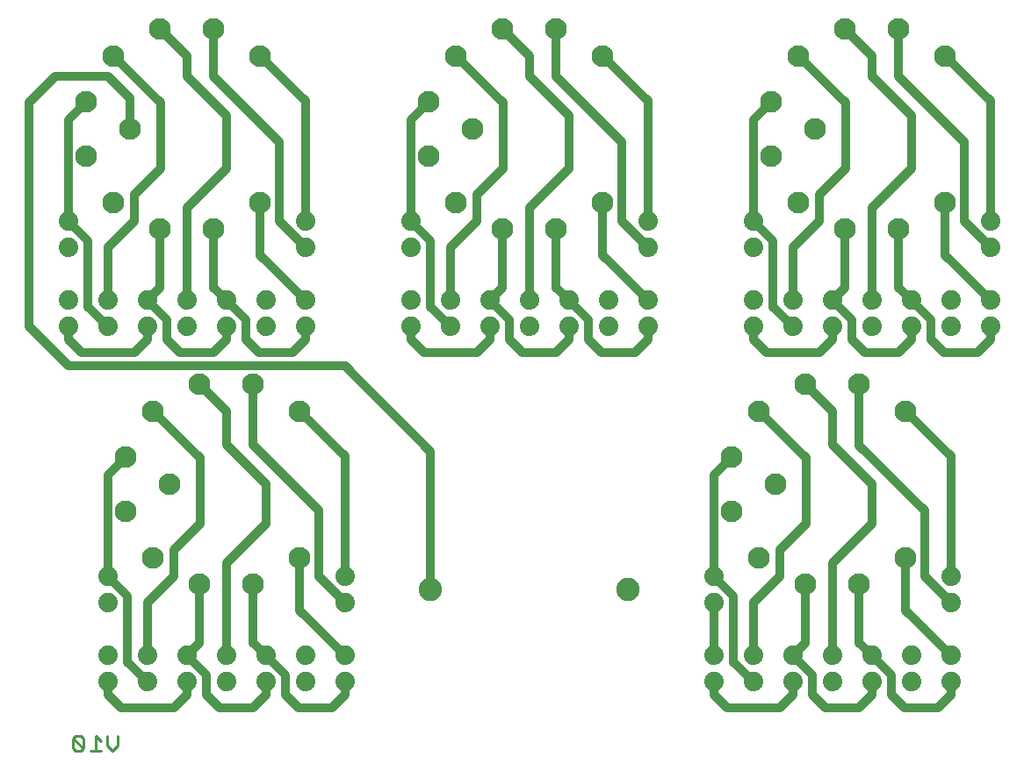
<source format=gbr>
G04 EAGLE Gerber RS-274X export*
G75*
%MOMM*%
%FSLAX34Y34*%
%LPD*%
%INBottom Copper*%
%IPPOS*%
%AMOC8*
5,1,8,0,0,1.08239X$1,22.5*%
G01*
%ADD10C,0.279400*%
%ADD11C,2.100000*%
%ADD12C,1.879600*%
%ADD13C,2.250000*%
%ADD14C,0.812800*%


D10*
X111218Y24016D02*
X111218Y14017D01*
X106218Y9017D01*
X101219Y14017D01*
X101219Y24016D01*
X94846Y19016D02*
X89847Y24016D01*
X89847Y9017D01*
X94846Y9017D02*
X84847Y9017D01*
X78475Y11517D02*
X78475Y21516D01*
X75975Y24016D01*
X70975Y24016D01*
X68475Y21516D01*
X68475Y11517D01*
X70975Y9017D01*
X75975Y9017D01*
X78475Y11517D01*
X68475Y21516D01*
D11*
X122800Y609600D03*
X248511Y538889D03*
X203682Y513007D03*
X151918Y513007D03*
X107089Y538889D03*
X81207Y583718D03*
X81207Y635482D03*
X107089Y680311D03*
X151918Y706193D03*
X203682Y706193D03*
X248511Y680311D03*
X453000Y609600D03*
X578711Y538889D03*
X533882Y513007D03*
X482118Y513007D03*
X437289Y538889D03*
X411407Y583718D03*
X411407Y635482D03*
X437289Y680311D03*
X482118Y706193D03*
X533882Y706193D03*
X578711Y680311D03*
X783200Y609600D03*
X908911Y538889D03*
X864082Y513007D03*
X812318Y513007D03*
X767489Y538889D03*
X741607Y583718D03*
X741607Y635482D03*
X767489Y680311D03*
X812318Y706193D03*
X864082Y706193D03*
X908911Y680311D03*
X160900Y266700D03*
X286611Y195989D03*
X241782Y170107D03*
X190018Y170107D03*
X145189Y195989D03*
X119307Y240818D03*
X119307Y292582D03*
X145189Y337411D03*
X190018Y363293D03*
X241782Y363293D03*
X286611Y337411D03*
X745100Y266700D03*
X870811Y195989D03*
X825982Y170107D03*
X774218Y170107D03*
X729389Y195989D03*
X703507Y240818D03*
X703507Y292582D03*
X729389Y337411D03*
X774218Y363293D03*
X825982Y363293D03*
X870811Y337411D03*
D12*
X292100Y444500D03*
X292100Y419100D03*
X215900Y444500D03*
X215900Y419100D03*
X139700Y444500D03*
X139700Y419100D03*
X63500Y444500D03*
X63500Y419100D03*
X63500Y520700D03*
X63500Y495300D03*
X101600Y444500D03*
X101600Y419100D03*
X177800Y444500D03*
X177800Y419100D03*
X254000Y444500D03*
X254000Y419100D03*
X292100Y520700D03*
X292100Y495300D03*
X622300Y444500D03*
X622300Y419100D03*
X546100Y444500D03*
X546100Y419100D03*
X469900Y444500D03*
X469900Y419100D03*
X393700Y444500D03*
X393700Y419100D03*
X393700Y520700D03*
X393700Y495300D03*
X431800Y444500D03*
X431800Y419100D03*
X508000Y444500D03*
X508000Y419100D03*
X584200Y444500D03*
X584200Y419100D03*
X622300Y520700D03*
X622300Y495300D03*
X952500Y444500D03*
X952500Y419100D03*
X876300Y444500D03*
X876300Y419100D03*
X800100Y444500D03*
X800100Y419100D03*
X723900Y444500D03*
X723900Y419100D03*
X723900Y520700D03*
X723900Y495300D03*
X762000Y444500D03*
X762000Y419100D03*
X838200Y444500D03*
X838200Y419100D03*
X914400Y444500D03*
X914400Y419100D03*
X952500Y520700D03*
X952500Y495300D03*
X330200Y101600D03*
X330200Y76200D03*
X254000Y101600D03*
X254000Y76200D03*
X177800Y101600D03*
X177800Y76200D03*
X101600Y101600D03*
X101600Y76200D03*
X101600Y177800D03*
X101600Y152400D03*
X139700Y101600D03*
X139700Y76200D03*
X215900Y101600D03*
X215900Y76200D03*
X292100Y101600D03*
X292100Y76200D03*
X330200Y177800D03*
X330200Y152400D03*
X914400Y101600D03*
X914400Y76200D03*
X838200Y101600D03*
X838200Y76200D03*
X762000Y101600D03*
X762000Y76200D03*
X685800Y101600D03*
X685800Y76200D03*
X685800Y177800D03*
X685800Y152400D03*
X723900Y101600D03*
X723900Y76200D03*
X800100Y101600D03*
X800100Y76200D03*
X876300Y101600D03*
X876300Y76200D03*
X914400Y177800D03*
X914400Y152400D03*
D13*
X412750Y165100D03*
X603250Y165100D03*
D14*
X248511Y488089D02*
X248511Y538889D01*
X248511Y488089D02*
X292100Y444500D01*
X215900Y444500D02*
X203682Y456718D01*
X203682Y513007D01*
X292100Y419100D02*
X292100Y406400D01*
X279400Y393700D01*
X247650Y393700D01*
X234950Y406400D01*
X234950Y425450D01*
X215900Y444500D01*
X151918Y456718D02*
X139700Y444500D01*
X151918Y456718D02*
X151918Y513007D01*
X215900Y419100D02*
X215900Y406400D01*
X203200Y393700D01*
X171450Y393700D01*
X158750Y406400D01*
X158750Y425450D01*
X139700Y444500D01*
X139700Y419100D02*
X139700Y406400D01*
X127000Y393700D01*
X76200Y393700D01*
X63500Y406400D01*
X63500Y419100D01*
X82550Y501650D02*
X63500Y520700D01*
X82550Y501650D02*
X82550Y438150D01*
X101600Y419100D01*
X63500Y617775D02*
X81207Y635482D01*
X63500Y617775D02*
X63500Y520700D01*
X152400Y635000D02*
X107089Y680311D01*
X152400Y635000D02*
X152400Y571500D01*
X127000Y546100D01*
X127000Y520700D01*
X101600Y495300D01*
X101600Y444500D01*
X177800Y680311D02*
X151918Y706193D01*
X177800Y680311D02*
X177800Y660400D01*
X215900Y622300D01*
X215900Y571500D01*
X177800Y533400D01*
X177800Y444500D01*
X203200Y705711D02*
X203682Y706193D01*
X203200Y705711D02*
X203200Y660400D01*
X266700Y596900D01*
X266700Y520700D02*
X292100Y495300D01*
X266700Y520700D02*
X266700Y596900D01*
X292100Y636721D02*
X292100Y520700D01*
X292100Y636721D02*
X248511Y680311D01*
X412750Y298450D02*
X412750Y165100D01*
X412750Y298450D02*
X330200Y381000D01*
X63500Y381000D01*
X25400Y419100D01*
X25400Y635000D01*
X50800Y660400D01*
X101600Y660400D01*
X122800Y639200D01*
X122800Y609600D01*
X578711Y538889D02*
X578711Y488089D01*
X622300Y444500D01*
X546100Y444500D02*
X533882Y456718D01*
X533882Y513007D01*
X622300Y419100D02*
X622300Y406400D01*
X609600Y393700D01*
X577850Y393700D01*
X565150Y406400D01*
X565150Y425450D01*
X546100Y444500D01*
X482118Y456718D02*
X469900Y444500D01*
X482118Y456718D02*
X482118Y513007D01*
X546100Y419100D02*
X546100Y406400D01*
X533400Y393700D01*
X501650Y393700D01*
X488950Y406400D01*
X488950Y425450D01*
X469900Y444500D01*
X393700Y419100D02*
X393700Y406400D01*
X406400Y393700D01*
X457200Y393700D01*
X469900Y406400D01*
X469900Y419100D01*
X393700Y617775D02*
X411407Y635482D01*
X393700Y617775D02*
X393700Y520700D01*
X412750Y438150D02*
X431800Y419100D01*
X412750Y501650D02*
X393700Y520700D01*
X412750Y501650D02*
X412750Y438150D01*
X431800Y444500D02*
X431800Y495300D01*
X457200Y520700D01*
X457200Y546100D01*
X482600Y571500D01*
X482600Y635000D01*
X437289Y680311D01*
X482118Y706193D02*
X508000Y680311D01*
X508000Y660400D01*
X546100Y622300D01*
X546100Y571500D01*
X508000Y533400D01*
X508000Y444500D01*
X533400Y705711D02*
X533882Y706193D01*
X533400Y705711D02*
X533400Y660400D01*
X596900Y520700D02*
X622300Y495300D01*
X596900Y520700D02*
X596900Y596900D01*
X533400Y660400D01*
X622300Y636721D02*
X622300Y520700D01*
X622300Y636721D02*
X578711Y680311D01*
X908911Y538889D02*
X908911Y488089D01*
X952500Y444500D01*
X876300Y444500D02*
X864082Y456718D01*
X864082Y513007D01*
X952500Y419100D02*
X952500Y406400D01*
X939800Y393700D01*
X908050Y393700D01*
X895350Y406400D01*
X895350Y425450D01*
X876300Y444500D01*
X812318Y456718D02*
X800100Y444500D01*
X812318Y456718D02*
X812318Y513007D01*
X876300Y419100D02*
X876300Y406400D01*
X863600Y393700D01*
X831850Y393700D01*
X819150Y406400D01*
X819150Y425450D01*
X800100Y444500D01*
X723900Y419100D02*
X723900Y406400D01*
X736600Y393700D01*
X787400Y393700D01*
X800100Y406400D01*
X800100Y419100D01*
X723900Y617775D02*
X741607Y635482D01*
X723900Y617775D02*
X723900Y520700D01*
X742950Y501650D01*
X742950Y438150D02*
X762000Y419100D01*
X742950Y438150D02*
X742950Y501650D01*
X812800Y635000D02*
X767489Y680311D01*
X812800Y635000D02*
X812800Y571500D01*
X787400Y546100D01*
X787400Y520700D01*
X762000Y495300D02*
X762000Y444500D01*
X762000Y495300D02*
X787400Y520700D01*
X838200Y680311D02*
X812318Y706193D01*
X838200Y680311D02*
X838200Y660400D01*
X876300Y622300D01*
X876300Y571500D01*
X838200Y533400D01*
X838200Y444500D01*
X864082Y660882D02*
X864082Y706193D01*
X864082Y660882D02*
X863600Y660400D01*
X927100Y596900D01*
X927100Y520700D01*
X952500Y495300D01*
X952500Y520700D02*
X952500Y636721D01*
X908911Y680311D01*
X286611Y195989D02*
X286611Y145189D01*
X330200Y101600D01*
X241782Y113818D02*
X241782Y170107D01*
X241782Y113818D02*
X254000Y101600D01*
X330200Y76200D02*
X330200Y63500D01*
X317500Y50800D01*
X285750Y50800D01*
X273050Y63500D01*
X273050Y82550D01*
X254000Y101600D01*
X190018Y113818D02*
X177800Y101600D01*
X190018Y113818D02*
X190018Y170107D01*
X254000Y76200D02*
X254000Y63500D01*
X241300Y50800D01*
X209550Y50800D01*
X196850Y63500D01*
X196850Y82550D01*
X177800Y101600D01*
X101600Y76200D02*
X101600Y63500D01*
X114300Y50800D01*
X165100Y50800D01*
X177800Y63500D01*
X177800Y76200D01*
X101600Y274875D02*
X119307Y292582D01*
X101600Y274875D02*
X101600Y177800D01*
X120650Y95250D02*
X139700Y76200D01*
X120650Y158750D02*
X101600Y177800D01*
X120650Y158750D02*
X120650Y95250D01*
X139700Y101600D02*
X139700Y152400D01*
X165100Y177800D01*
X165100Y203200D01*
X190500Y228600D01*
X190500Y292100D01*
X145189Y337411D01*
X190018Y363293D02*
X215900Y337411D01*
X215900Y304800D01*
X254000Y266700D01*
X254000Y228600D01*
X215900Y190500D01*
X215900Y101600D01*
X241782Y317982D02*
X241782Y363293D01*
X241782Y317982D02*
X241300Y317500D01*
X241300Y304800D01*
X304800Y241300D01*
X304800Y177800D02*
X330200Y152400D01*
X304800Y177800D02*
X304800Y241300D01*
X330200Y293821D02*
X330200Y177800D01*
X330200Y293821D02*
X286611Y337411D01*
X870811Y195989D02*
X870811Y145189D01*
X914400Y101600D01*
X838200Y101600D02*
X825982Y113818D01*
X825982Y170107D01*
X914400Y76200D02*
X914400Y63500D01*
X901700Y50800D01*
X869950Y50800D01*
X857250Y63500D01*
X857250Y82550D01*
X838200Y101600D01*
X774218Y113818D02*
X762000Y101600D01*
X774218Y113818D02*
X774218Y170107D01*
X838200Y76200D02*
X838200Y63500D01*
X825500Y50800D01*
X793750Y50800D01*
X781050Y63500D01*
X781050Y82550D01*
X762000Y101600D01*
X685800Y76200D02*
X685800Y63500D01*
X698500Y50800D01*
X749300Y50800D01*
X762000Y63500D01*
X762000Y76200D01*
X685800Y101600D02*
X685800Y152400D01*
X685800Y274875D02*
X703507Y292582D01*
X685800Y274875D02*
X685800Y177800D01*
X704850Y95250D02*
X723900Y76200D01*
X704850Y158750D02*
X685800Y177800D01*
X704850Y158750D02*
X704850Y95250D01*
X723900Y101600D02*
X723900Y152400D01*
X749300Y177800D01*
X749300Y203200D01*
X774700Y228600D01*
X774700Y292100D01*
X729389Y337411D01*
X774218Y363293D02*
X800100Y337411D01*
X800100Y304800D01*
X838200Y266700D01*
X838200Y228600D01*
X800100Y190500D01*
X800100Y101600D01*
X889000Y177800D02*
X914400Y152400D01*
X889000Y177800D02*
X889000Y241300D01*
X825982Y304318D01*
X825982Y363293D01*
X914400Y293821D02*
X914400Y177800D01*
X914400Y293821D02*
X870811Y337411D01*
M02*

</source>
